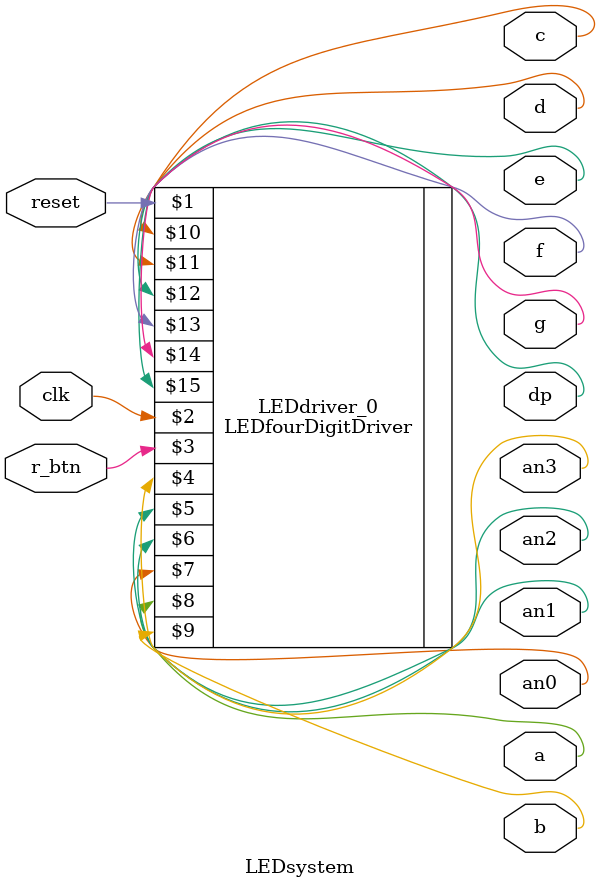
<source format=v>
`timescale 1ns / 1ps

module LEDsystem(
	reset,
	clk,
	r_btn,
	an3,
	an2,
	an1,
	an0,
	a,
	b,
	c,
	d,
	e,
	f,
	g,
	dp	
);

input reset, clk,r_btn;
output an3, an2, an1, an0;
output a, b, c, d, e, f, g, dp;

//Implemet debouncer for inputs

//Pass debouncer through pulse generator  


LEDfourDigitDriver LEDdriver_0(
	reset,
	clk,
	r_btn,
	an3,
	an2,
	an1,
	an0,
	a,
	b,
	c,
	d,
	e,
	f,
	g,
	dp	
);



endmodule // LEDsystem
</source>
